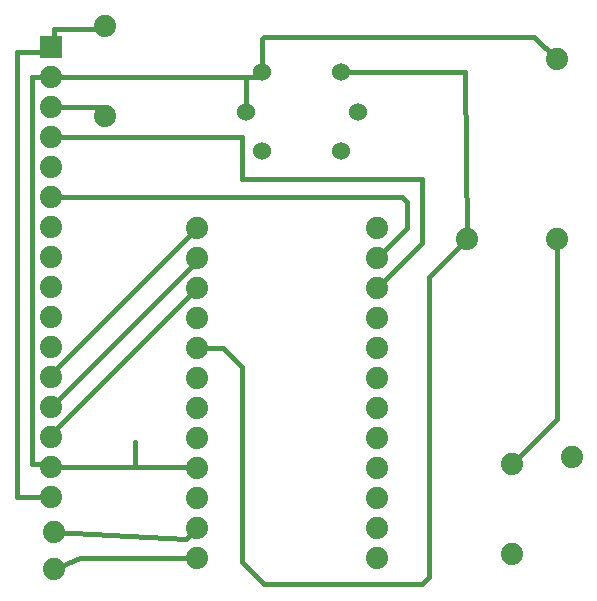
<source format=gbl>
G75*
%MOIN*%
%OFA0B0*%
%FSLAX25Y25*%
%IPPOS*%
%LPD*%
%AMOC8*
5,1,8,0,0,1.08239X$1,22.5*
%
%ADD10C,0.07400*%
%ADD11R,0.07400X0.07400*%
%ADD12C,0.06000*%
%ADD13C,0.01600*%
D10*
X0399810Y0134865D03*
X0399810Y0144865D03*
X0399810Y0154865D03*
X0399810Y0164865D03*
X0399810Y0174865D03*
X0399810Y0184865D03*
X0399810Y0194865D03*
X0399810Y0204865D03*
X0399810Y0214865D03*
X0399810Y0224865D03*
X0399810Y0234865D03*
X0399810Y0244865D03*
X0399810Y0254865D03*
X0399810Y0264865D03*
X0399810Y0274865D03*
X0417664Y0261971D03*
X0417664Y0291971D03*
X0448333Y0224451D03*
X0448333Y0214451D03*
X0448333Y0204451D03*
X0448333Y0194451D03*
X0448333Y0184451D03*
X0448333Y0174451D03*
X0448333Y0164451D03*
X0448333Y0154451D03*
X0448333Y0144451D03*
X0448333Y0134451D03*
X0448333Y0124451D03*
X0448333Y0114451D03*
X0400833Y0110750D03*
X0400833Y0123250D03*
X0508333Y0124451D03*
X0508333Y0114451D03*
X0508333Y0134451D03*
X0508333Y0144451D03*
X0508333Y0154451D03*
X0508333Y0164451D03*
X0508333Y0174451D03*
X0508333Y0184451D03*
X0508333Y0194451D03*
X0508333Y0204451D03*
X0508333Y0214451D03*
X0508333Y0224451D03*
X0538333Y0220750D03*
X0568333Y0220750D03*
X0568333Y0280750D03*
X0573333Y0148250D03*
X0553333Y0145750D03*
X0553333Y0115750D03*
D11*
X0399810Y0284865D03*
D12*
X0464633Y0263250D03*
X0470144Y0250061D03*
X0496522Y0250061D03*
X0502034Y0263250D03*
X0496522Y0276439D03*
X0470144Y0276439D03*
D13*
X0388333Y0283250D02*
X0388333Y0134865D01*
X0399810Y0134865D01*
X0399810Y0144865D02*
X0399810Y0145750D01*
X0393333Y0145750D01*
X0393333Y0274865D01*
X0399810Y0274865D01*
X0464633Y0274865D01*
X0464633Y0263250D01*
X0463333Y0254865D02*
X0463333Y0240750D01*
X0523333Y0240750D01*
X0523333Y0219451D01*
X0508333Y0204451D01*
X0508333Y0214451D02*
X0518333Y0224451D01*
X0518333Y0233250D01*
X0516719Y0234865D01*
X0399810Y0234865D01*
X0399810Y0254865D02*
X0463333Y0254865D01*
X0464633Y0274865D02*
X0470144Y0274865D01*
X0470144Y0276439D01*
X0470144Y0287561D01*
X0470833Y0288250D01*
X0560833Y0288250D01*
X0568333Y0280750D01*
X0537644Y0276439D02*
X0538333Y0220750D01*
X0525833Y0208250D01*
X0525833Y0108250D01*
X0523333Y0105750D01*
X0470833Y0105750D01*
X0463333Y0113250D01*
X0463333Y0178250D01*
X0457133Y0184451D01*
X0448333Y0184451D01*
X0448333Y0204451D02*
X0399810Y0155928D01*
X0399810Y0154865D01*
X0399810Y0164865D02*
X0448333Y0213388D01*
X0448333Y0214451D01*
X0448333Y0224451D02*
X0399810Y0175928D01*
X0399810Y0174865D01*
X0427703Y0153250D02*
X0427703Y0144865D01*
X0448333Y0144865D01*
X0448333Y0144451D01*
X0427703Y0144865D02*
X0399810Y0144865D01*
X0400833Y0123250D02*
X0444633Y0120750D01*
X0448333Y0124451D01*
X0448333Y0114451D02*
X0409534Y0114451D01*
X0400833Y0110750D01*
X0553333Y0145750D02*
X0568333Y0160750D01*
X0568333Y0220750D01*
X0537644Y0276439D02*
X0496522Y0276439D01*
X0417664Y0264865D02*
X0417664Y0261971D01*
X0417664Y0264865D02*
X0399810Y0264865D01*
X0399810Y0283250D02*
X0388333Y0283250D01*
X0399810Y0283250D02*
X0399810Y0284865D01*
X0400833Y0284865D01*
X0400833Y0290750D01*
X0417664Y0290750D01*
X0417664Y0291971D01*
M02*

</source>
